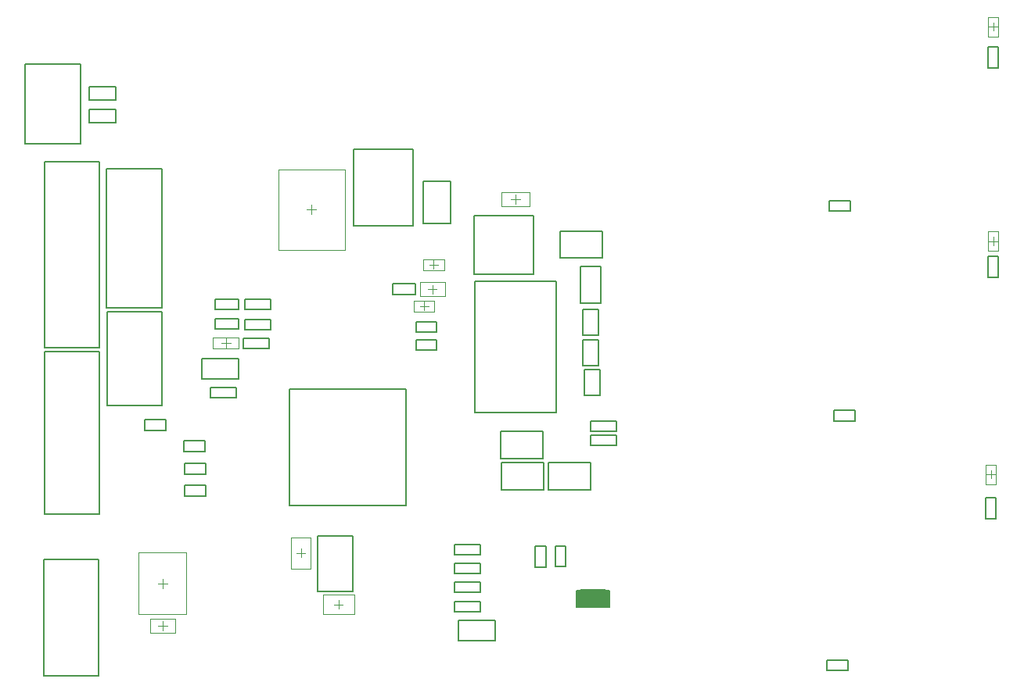
<source format=gbr>
%FSTAX23Y23*%
%MOIN*%
%SFA1B1*%

%IPPOS*%
%ADD14C,0.006000*%
%ADD15C,0.007870*%
%ADD119C,0.003940*%
%ADD120C,0.001970*%
%LNpcb_top_courtyard-1*%
%LPD*%
G36*
X04848Y01865D02*
X04864D01*
Y01794*
X04848*
Y01792*
X04741*
Y01794*
X04725*
Y01865*
X04741*
Y01867*
X04848*
Y01865*
G37*
G54D14*
X04741Y01867D02*
X04848D01*
X04741Y01865D02*
Y01867D01*
Y01792D02*
Y01794D01*
Y01792D02*
X04848D01*
Y01794*
Y01865D02*
Y01867D01*
Y01865D02*
X04864D01*
X04725D02*
X04741D01*
X04725Y01794D02*
Y01865D01*
Y01794D02*
X04741D01*
X04848D02*
X04864D01*
Y01865*
G54D15*
X0362Y01861D02*
Y02098D01*
X03769*
Y01861D02*
Y02098D01*
X0362Y01861D02*
X03769D01*
X04291Y02625D02*
Y03184D01*
Y02625D02*
X04638D01*
Y03184*
X04291D02*
X04638D01*
X02609Y0377D02*
Y04109D01*
X02375Y0377D02*
X02609D01*
X02375D02*
Y04109D01*
X02609*
X04041Y02891D02*
X04128D01*
X04041D02*
Y02934D01*
X04128*
Y02891D02*
Y02934D01*
X04041Y02968D02*
X04128D01*
X04041D02*
Y03011D01*
X04128*
Y02968D02*
Y03011D01*
X04654Y03397D02*
X04835D01*
Y03282D02*
Y03397D01*
X04654Y03282D02*
X04835D01*
X04654D02*
Y03397D01*
X04603Y0241D02*
X04784D01*
Y02295D02*
Y0241D01*
X04603Y02295D02*
X04784D01*
X04603D02*
Y0241D01*
X04399Y02542D02*
X0458D01*
Y02427D02*
Y02542D01*
X04399Y02427D02*
X0458D01*
X04399D02*
Y02542D01*
X04404Y0241D02*
X04585D01*
Y02295D02*
Y0241D01*
X04404Y02295D02*
X04585D01*
X04404D02*
Y0241D01*
X04204Y02018D02*
X04315D01*
X04204D02*
Y02061D01*
X04315*
Y02018D02*
Y02061D01*
X04204Y01856D02*
X04315D01*
X04204D02*
Y01899D01*
X04315*
Y01856D02*
Y01899D01*
X04204Y01937D02*
X04315D01*
X04204D02*
Y0198D01*
X04315*
Y01937D02*
Y0198D01*
X03502Y02227D02*
Y02722D01*
X03997*
Y02227D02*
Y02722D01*
X03502Y02227D02*
X03997D01*
X03304Y02941D02*
X03415D01*
Y02898D02*
Y02941D01*
X03304Y02898D02*
X03415D01*
X03304D02*
Y02941D01*
X03185Y03023D02*
X03284D01*
Y0298D02*
Y03023D01*
X03185Y0298D02*
X03284D01*
X03185D02*
Y03023D01*
X03309Y03021D02*
X0342D01*
Y02978D02*
Y03021D01*
X03309Y02978D02*
X0342D01*
X03309D02*
Y03021D01*
X03185Y03106D02*
X03284D01*
Y03063D02*
Y03106D01*
X03185Y03063D02*
X03284D01*
X03185D02*
Y03106D01*
X03309D02*
X0342D01*
Y03063D02*
Y03106D01*
X03309Y03063D02*
X0342D01*
X03309D02*
Y03106D01*
X04204Y01774D02*
X04315D01*
X04204D02*
Y01817D01*
X04315*
Y01774D02*
Y01817D01*
X04221Y01738D02*
X04378D01*
Y01651D02*
Y01738D01*
X04221Y01651D02*
X04378D01*
X04221D02*
Y01738D01*
X04676Y01966D02*
Y02053D01*
X04633Y01966D02*
X04676D01*
X04633D02*
Y02053D01*
X04676*
X04593Y01964D02*
Y02055D01*
X04546Y01964D02*
X04593D01*
X04546D02*
Y02055D01*
X04593*
X06467Y0217D02*
Y02259D01*
X06512*
Y0217D02*
Y02259D01*
X06467Y0217D02*
X06512D01*
X06477Y032D02*
Y03289D01*
X06522*
Y032D02*
Y03289D01*
X06477Y032D02*
X06522D01*
X06477Y04095D02*
Y04184D01*
X06522*
Y04095D02*
Y04184D01*
X06477Y04095D02*
X06522D01*
X0579Y01567D02*
X05879D01*
Y01522D02*
Y01567D01*
X0579Y01522D02*
X05879D01*
X0579D02*
Y01567D01*
X0582Y02632D02*
X05909D01*
Y02587D02*
Y02632D01*
X0582Y02587D02*
X05909D01*
X0582D02*
Y02632D01*
X04784Y02544D02*
X04895D01*
X04784D02*
Y02587D01*
X04895*
Y02544D02*
Y02587D01*
X04784Y02483D02*
X04895D01*
X04784D02*
Y02526D01*
X04895*
Y02483D02*
Y02526D01*
X03942Y03126D02*
X04037D01*
X03942D02*
Y03173D01*
X04037*
Y03126D02*
Y03173D01*
X04287Y03214D02*
X04542D01*
X04287D02*
Y03465D01*
X04542*
Y03214D02*
Y03465D01*
X04828Y03091D02*
Y03248D01*
X04741Y03091D02*
X04828D01*
X04741D02*
Y03248D01*
X04828*
X04823Y02697D02*
Y02807D01*
X04756Y02697D02*
X04823D01*
X04756D02*
Y02807D01*
X04823*
X04818Y02825D02*
Y02935D01*
X04751Y02825D02*
X04818D01*
X04751D02*
Y02935D01*
X04818*
Y02954D02*
Y03064D01*
X04751Y02954D02*
X04818D01*
X04751D02*
Y03064D01*
X04818*
X02884Y02546D02*
X02975D01*
X02884D02*
Y02593D01*
X02975*
Y02546D02*
Y02593D01*
X03054Y02313D02*
X03145D01*
Y02266D02*
Y02313D01*
X03054Y02266D02*
X03145D01*
X03054D02*
Y02313D01*
X03049Y02503D02*
X0314D01*
Y02456D02*
Y02503D01*
X03049Y02456D02*
X0314D01*
X03049D02*
Y02503D01*
X03054Y02408D02*
X03145D01*
Y02361D02*
Y02408D01*
X03054Y02361D02*
X03145D01*
X03054D02*
Y02408D01*
X02457Y02191D02*
Y02884D01*
X02691*
Y02191D02*
Y02884D01*
X02457Y02191D02*
X02691D01*
X02457Y02901D02*
Y03693D01*
X02691*
Y02901D02*
Y03693D01*
X02457Y02901D02*
X02691D01*
X02722Y0307D02*
Y03664D01*
X02956*
Y0307D02*
Y03664D01*
X02722Y0307D02*
X02956D01*
X03126Y02766D02*
X03283D01*
X03126D02*
Y02853D01*
X03283*
Y02766D02*
Y02853D01*
X03164Y02688D02*
X03275D01*
X03164D02*
Y02731D01*
X03275*
Y02688D02*
Y02731D01*
X02723Y02654D02*
Y03052D01*
X02957*
Y02654D02*
Y03052D01*
X02723Y02654D02*
X02957D01*
X02687Y01501D02*
Y01997D01*
X02453Y01501D02*
X02687D01*
X02453D02*
Y01997D01*
X02687*
X058Y03527D02*
X05889D01*
Y03482D02*
Y03527D01*
X058Y03482D02*
X05889D01*
X058D02*
Y03527D01*
X02648Y03918D02*
X02761D01*
Y03861D02*
Y03918D01*
X02648Y03861D02*
X02761D01*
X02648D02*
Y03918D01*
Y04013D02*
X02761D01*
Y03956D02*
Y04013D01*
X02648Y03956D02*
X02761D01*
X02648D02*
Y04013D01*
X04072Y03429D02*
X04187D01*
Y0361*
X04072D02*
X04187D01*
X04072Y03429D02*
Y0361D01*
X03773Y03421D02*
X04026D01*
Y03748*
X03773D02*
X04026D01*
X03773Y03421D02*
Y03748D01*
G54D119*
X04115Y03236D02*
Y03273D01*
X04096Y03255D02*
X04133D01*
X0355Y02007D02*
Y02042D01*
X03532Y02025D02*
X03567D01*
X03692Y01805D02*
X03727D01*
X0371Y01787D02*
Y01823D01*
X06472Y0236D02*
X06507D01*
X0649Y02342D02*
Y02377D01*
X06482Y03355D02*
X06517D01*
X065Y03337D02*
Y03372D01*
X06482Y0427D02*
X06517D01*
X065Y04252D02*
Y04287D01*
X04056Y03077D02*
X04093D01*
X04075Y03059D02*
Y03096D01*
X0411Y03131D02*
Y03168D01*
X04091Y0315D02*
X04128D01*
X04465Y03515D02*
Y03554D01*
X04445Y03535D02*
X04484D01*
X0296Y01695D02*
Y01734D01*
X0294Y01715D02*
X02979D01*
X03595Y0347D02*
Y03509D01*
X03575Y0349D02*
X03614D01*
X0294Y01895D02*
X02979D01*
X0296Y01875D02*
Y01914D01*
G54D120*
X04069Y03231D02*
X0416D01*
X04069Y03278D02*
X0416D01*
Y03231D02*
Y03278D01*
X04069Y03231D02*
Y03278D01*
X0321Y0292D02*
X03249D01*
X0323Y029D02*
Y02939D01*
X03174Y02943D02*
X03285D01*
Y02896D02*
Y02943D01*
X03174Y02896D02*
X03285D01*
X03174D02*
Y02943D01*
X03508Y01958D02*
X03591D01*
X03508Y02091D02*
X03591D01*
X03508Y01958D02*
Y02091D01*
X03591Y01958D02*
Y02091D01*
X03643Y01764D02*
Y01846D01*
X03776Y01764D02*
Y01846D01*
X03643D02*
X03776D01*
X03643Y01764D02*
X03776D01*
X06511Y02318D02*
Y02401D01*
X06468Y02318D02*
Y02401D01*
X06511*
X06468Y02318D02*
X06511D01*
X06478Y03313D02*
Y03396D01*
X06521Y03313D02*
Y03396D01*
X06478Y03313D02*
X06521D01*
X06478Y03396D02*
X06521D01*
Y04228D02*
Y04311D01*
X06478Y04228D02*
Y04311D01*
X06521*
X06478Y04228D02*
X06521D01*
X04118Y03054D02*
Y03101D01*
X04031Y03054D02*
Y03101D01*
Y03054D02*
X04118D01*
X04031Y03101D02*
X04118D01*
X04056Y03179D02*
X04163D01*
X04056Y0312D02*
X04163D01*
X04056D02*
Y03179D01*
X04163Y0312D02*
Y03179D01*
X04404Y03504D02*
Y03565D01*
X04525*
Y03504D02*
Y03565D01*
X04404Y03504D02*
X04525D01*
X02906Y01744D02*
X03013D01*
X02906Y01685D02*
X03013D01*
X02906D02*
Y01744D01*
X03013Y01685D02*
Y01744D01*
X03453Y03318D02*
X03736D01*
X03453Y03661D02*
X03736D01*
X03453Y03318D02*
Y03661D01*
X03736Y03318D02*
Y03661D01*
X02857Y01763D02*
Y02026D01*
X03062Y01763D02*
Y02026D01*
X02857Y01763D02*
X03062D01*
X02857Y02026D02*
X03062D01*
M02*
</source>
